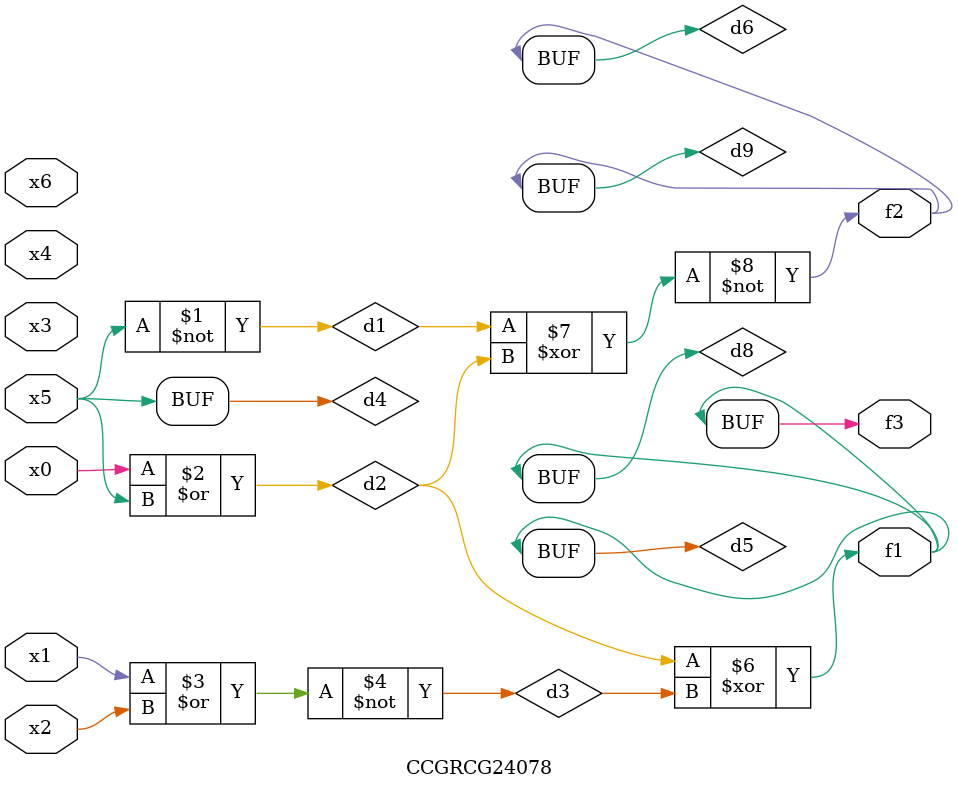
<source format=v>
module CCGRCG24078(
	input x0, x1, x2, x3, x4, x5, x6,
	output f1, f2, f3
);

	wire d1, d2, d3, d4, d5, d6, d7, d8, d9;

	nand (d1, x5);
	or (d2, x0, x5);
	nor (d3, x1, x2);
	xnor (d4, d1);
	xor (d5, d2, d3);
	xnor (d6, d1, d2);
	not (d7, x4);
	buf (d8, d5);
	xor (d9, d6);
	assign f1 = d8;
	assign f2 = d9;
	assign f3 = d8;
endmodule

</source>
